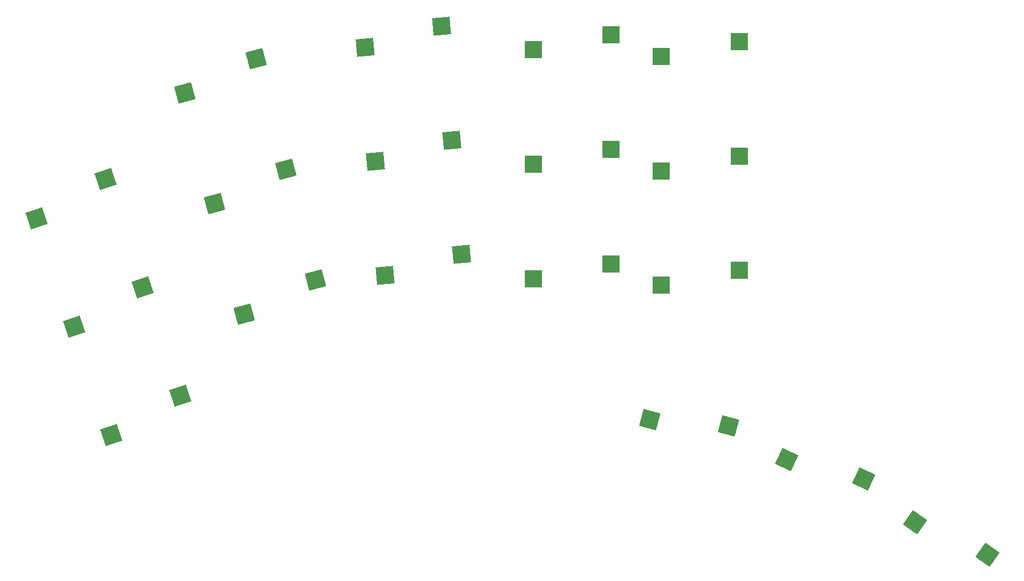
<source format=gtp>
%TF.GenerationSoftware,KiCad,Pcbnew,5.99.0-unknown-fa82fcb809~131~ubuntu20.04.1*%
%TF.CreationDate,2021-09-08T19:53:08+02:00*%
%TF.ProjectId,tuck-n-roll,7475636b-2d6e-42d7-926f-6c6c2e6b6963,VERSION_HERE*%
%TF.SameCoordinates,Original*%
%TF.FileFunction,Paste,Top*%
%TF.FilePolarity,Positive*%
%FSLAX46Y46*%
G04 Gerber Fmt 4.6, Leading zero omitted, Abs format (unit mm)*
G04 Created by KiCad (PCBNEW 5.99.0-unknown-fa82fcb809~131~ubuntu20.04.1) date 2021-09-08 19:53:08*
%MOMM*%
%LPD*%
G01*
G04 APERTURE LIST*
G04 Aperture macros list*
%AMRotRect*
0 Rectangle, with rotation*
0 The origin of the aperture is its center*
0 $1 length*
0 $2 width*
0 $3 Rotation angle, in degrees counterclockwise*
0 Add horizontal line*
21,1,$1,$2,0,0,$3*%
G04 Aperture macros list end*
%ADD10RotRect,2.600000X2.600000X19.000000*%
%ADD11RotRect,2.600000X2.600000X15.000000*%
%ADD12RotRect,2.600000X2.600000X5.000000*%
%ADD13R,2.600000X2.600000*%
%ADD14RotRect,2.600000X2.600000X345.000000*%
%ADD15RotRect,2.600000X2.600000X335.000000*%
%ADD16RotRect,2.600000X2.600000X325.000000*%
G04 APERTURE END LIST*
D10*
%TO.C,S1*%
X-4375216Y5765887D03*
X-14579706Y-74566D03*
%TD*%
%TO.C,S3*%
X-9909874Y21839703D03*
X-20114364Y15999250D03*
%TD*%
%TO.C,S5*%
X-15444533Y37913518D03*
X-25649023Y32073065D03*
%TD*%
D11*
%TO.C,S7*%
X15714756Y22958883D03*
X5127714Y17844486D03*
%TD*%
%TO.C,S9*%
X11314832Y39379622D03*
X727790Y34265225D03*
%TD*%
%TO.C,S11*%
X6914908Y55800362D03*
X-3672134Y50685965D03*
%TD*%
D12*
%TO.C,S13*%
X37399043Y26784174D03*
X26084737Y23585896D03*
%TD*%
%TO.C,S15*%
X35917395Y43719484D03*
X24603089Y40521206D03*
%TD*%
%TO.C,S17*%
X34435748Y60654794D03*
X23121442Y57456516D03*
%TD*%
D13*
%TO.C,S19*%
X59597091Y25340601D03*
X48047091Y23140601D03*
%TD*%
%TO.C,S21*%
X59597091Y42340601D03*
X48047091Y40140601D03*
%TD*%
%TO.C,S23*%
X59597091Y59340601D03*
X48047091Y57140601D03*
%TD*%
%TO.C,S25*%
X78597091Y24340601D03*
X67047091Y22140601D03*
%TD*%
%TO.C,S27*%
X78597091Y41340601D03*
X67047091Y39140601D03*
%TD*%
%TO.C,S29*%
X78597091Y58340601D03*
X67047091Y56140601D03*
%TD*%
D14*
%TO.C,S31*%
X77025471Y1290227D03*
X65299626Y2154550D03*
%TD*%
D15*
%TO.C,S33*%
X97065240Y-6611159D03*
X85667625Y-3723796D03*
%TD*%
D16*
%TO.C,S35*%
X115428498Y-17872375D03*
X104705423Y-13049702D03*
%TD*%
M02*

</source>
